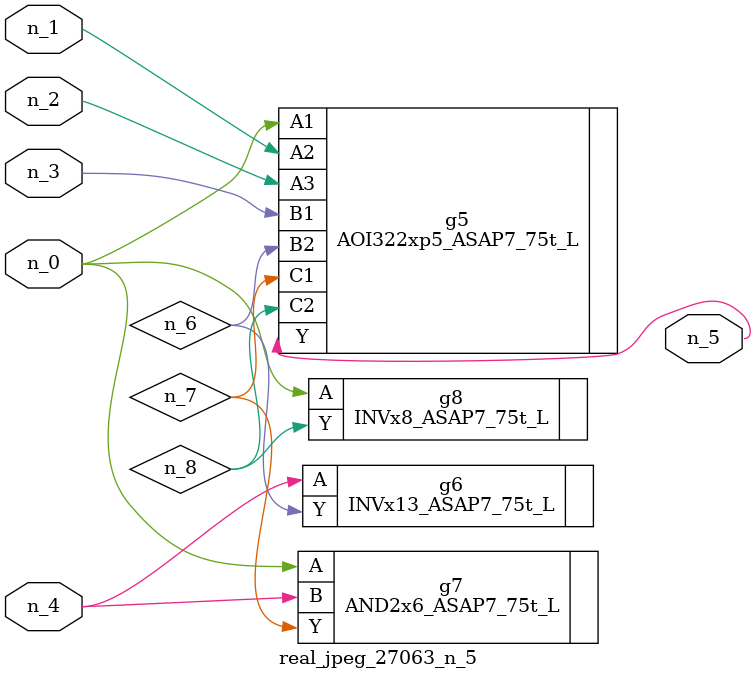
<source format=v>
module real_jpeg_27063_n_5 (n_4, n_0, n_1, n_2, n_3, n_5);

input n_4;
input n_0;
input n_1;
input n_2;
input n_3;

output n_5;

wire n_8;
wire n_6;
wire n_7;

AOI322xp5_ASAP7_75t_L g5 ( 
.A1(n_0),
.A2(n_1),
.A3(n_2),
.B1(n_3),
.B2(n_6),
.C1(n_7),
.C2(n_8),
.Y(n_5)
);

AND2x6_ASAP7_75t_L g7 ( 
.A(n_0),
.B(n_4),
.Y(n_7)
);

INVx8_ASAP7_75t_L g8 ( 
.A(n_0),
.Y(n_8)
);

INVx13_ASAP7_75t_L g6 ( 
.A(n_4),
.Y(n_6)
);


endmodule
</source>
